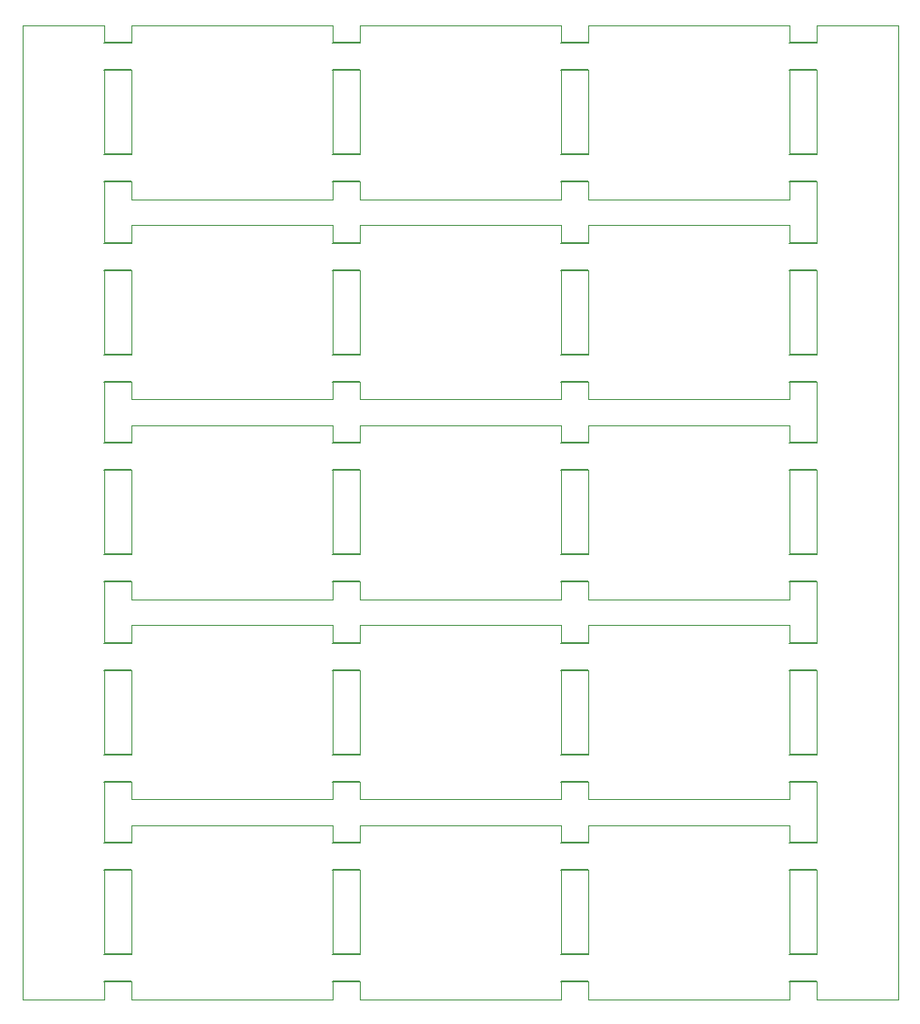
<source format=gm1>
G04 #@! TF.FileFunction,Profile,NP*
%FSLAX46Y46*%
G04 Gerber Fmt 4.6, Leading zero omitted, Abs format (unit mm)*
G04 Created by KiCad (PCBNEW 4.0.5+dfsg1-4) date Mon Jul 16 11:57:44 2018*
%MOMM*%
%LPD*%
G01*
G04 APERTURE LIST*
%ADD10C,0.100000*%
%ADD11C,0.150000*%
G04 APERTURE END LIST*
D10*
X181483000Y-69342000D02*
X181483000Y-65278000D01*
X181483000Y-70993000D02*
X181483000Y-69342000D01*
X181483000Y-81407000D02*
X181483000Y-73533000D01*
X181483000Y-88011000D02*
X181483000Y-83947000D01*
X181483000Y-89662000D02*
X181483000Y-88011000D01*
X181483000Y-141605000D02*
X181483000Y-139954000D01*
X181483000Y-141605000D02*
X189103000Y-141605000D01*
X181483000Y-137414000D02*
X181483000Y-129540000D01*
X181483000Y-125349000D02*
X181483000Y-121285000D01*
X181483000Y-127000000D02*
X181483000Y-125349000D01*
X181483000Y-118745000D02*
X181483000Y-110871000D01*
X181483000Y-108331000D02*
X181483000Y-106680000D01*
X181483000Y-52324000D02*
X181483000Y-50673000D01*
X181483000Y-50673000D02*
X189103000Y-50673000D01*
X181483000Y-62738000D02*
X181483000Y-54864000D01*
X189103000Y-50673000D02*
X189103000Y-141605000D01*
X181483000Y-106680000D02*
X181483000Y-102616000D01*
X181483000Y-100076000D02*
X181483000Y-92202000D01*
X107315000Y-141605000D02*
X107315000Y-50673000D01*
X114935000Y-141605000D02*
X107315000Y-141605000D01*
X114935000Y-122936000D02*
X114935000Y-127000000D01*
X114935000Y-121285000D02*
X114935000Y-122936000D01*
X114935000Y-92202000D02*
X114935000Y-100076000D01*
X114935000Y-129540000D02*
X114935000Y-137414000D01*
X114935000Y-139954000D02*
X114935000Y-141605000D01*
X114935000Y-110871000D02*
X114935000Y-118745000D01*
X114935000Y-104267000D02*
X114935000Y-108331000D01*
X114935000Y-102616000D02*
X114935000Y-104267000D01*
X114935000Y-54864000D02*
X114935000Y-62738000D01*
X114935000Y-83947000D02*
X114935000Y-85598000D01*
X114935000Y-85598000D02*
X114935000Y-89662000D01*
X114935000Y-50673000D02*
X114935000Y-52324000D01*
X114935000Y-65278000D02*
X114935000Y-66929000D01*
X114935000Y-73533000D02*
X114935000Y-81407000D01*
X114935000Y-66929000D02*
X114935000Y-70993000D01*
X117475000Y-139954000D02*
X117475000Y-141605000D01*
X136271000Y-125349000D02*
X117475000Y-125349000D01*
X117475000Y-141605000D02*
X136271000Y-141605000D01*
X117475000Y-129540000D02*
X117475000Y-137414000D01*
X136271000Y-125349000D02*
X136271000Y-127000000D01*
X117475000Y-125349000D02*
X117475000Y-127000000D01*
X138811000Y-125349000D02*
X138811000Y-127000000D01*
X157607000Y-125349000D02*
X138811000Y-125349000D01*
X138811000Y-141605000D02*
X157607000Y-141605000D01*
X138811000Y-139954000D02*
X138811000Y-141605000D01*
X136271000Y-129540000D02*
X136271000Y-137414000D01*
X138811000Y-129540000D02*
X138811000Y-137414000D01*
X136271000Y-139954000D02*
X136271000Y-141605000D01*
X178943000Y-139954000D02*
X178943000Y-141605000D01*
X160147000Y-141605000D02*
X178943000Y-141605000D01*
X160147000Y-139954000D02*
X160147000Y-141605000D01*
X157607000Y-139954000D02*
X157607000Y-141605000D01*
X160147000Y-129540000D02*
X160147000Y-137414000D01*
X178943000Y-125349000D02*
X178943000Y-127000000D01*
X178943000Y-129540000D02*
X178943000Y-137414000D01*
X160147000Y-125349000D02*
X160147000Y-127000000D01*
X157607000Y-129540000D02*
X157607000Y-137414000D01*
X157607000Y-125349000D02*
X157607000Y-127000000D01*
X178943000Y-125349000D02*
X160147000Y-125349000D01*
X136271000Y-110871000D02*
X136271000Y-118745000D01*
X138811000Y-110871000D02*
X138811000Y-118745000D01*
X138811000Y-121285000D02*
X138811000Y-122936000D01*
X138811000Y-122936000D02*
X157607000Y-122936000D01*
X157607000Y-106680000D02*
X138811000Y-106680000D01*
X138811000Y-106680000D02*
X138811000Y-108331000D01*
X136271000Y-106680000D02*
X136271000Y-108331000D01*
X117475000Y-122936000D02*
X136271000Y-122936000D01*
X117475000Y-110871000D02*
X117475000Y-118745000D01*
X117475000Y-121285000D02*
X117475000Y-122936000D01*
X136271000Y-121285000D02*
X136271000Y-122936000D01*
X136271000Y-106680000D02*
X117475000Y-106680000D01*
X117475000Y-106680000D02*
X117475000Y-108331000D01*
X160147000Y-110871000D02*
X160147000Y-118745000D01*
X160147000Y-121285000D02*
X160147000Y-122936000D01*
X157607000Y-110871000D02*
X157607000Y-118745000D01*
X157607000Y-121285000D02*
X157607000Y-122936000D01*
X160147000Y-106680000D02*
X160147000Y-108331000D01*
X157607000Y-106680000D02*
X157607000Y-108331000D01*
X178943000Y-110871000D02*
X178943000Y-118745000D01*
X178943000Y-106680000D02*
X178943000Y-108331000D01*
X160147000Y-122936000D02*
X178943000Y-122936000D01*
X178943000Y-106680000D02*
X160147000Y-106680000D01*
X178943000Y-121285000D02*
X178943000Y-122936000D01*
X178943000Y-88011000D02*
X160147000Y-88011000D01*
X178943000Y-88011000D02*
X178943000Y-89662000D01*
X178943000Y-102616000D02*
X178943000Y-104267000D01*
X178943000Y-92202000D02*
X178943000Y-100076000D01*
X160147000Y-104267000D02*
X178943000Y-104267000D01*
X160147000Y-88011000D02*
X160147000Y-89662000D01*
X157607000Y-88011000D02*
X157607000Y-89662000D01*
X157607000Y-102616000D02*
X157607000Y-104267000D01*
X138811000Y-104267000D02*
X157607000Y-104267000D01*
X157607000Y-92202000D02*
X157607000Y-100076000D01*
X160147000Y-92202000D02*
X160147000Y-100076000D01*
X160147000Y-102616000D02*
X160147000Y-104267000D01*
X157607000Y-88011000D02*
X138811000Y-88011000D01*
X117475000Y-92202000D02*
X117475000Y-100076000D01*
X136271000Y-88011000D02*
X136271000Y-89662000D01*
X138811000Y-88011000D02*
X138811000Y-89662000D01*
X117475000Y-88011000D02*
X117475000Y-89662000D01*
X117475000Y-102616000D02*
X117475000Y-104267000D01*
X136271000Y-88011000D02*
X117475000Y-88011000D01*
X117475000Y-104267000D02*
X136271000Y-104267000D01*
X138811000Y-102616000D02*
X138811000Y-104267000D01*
X136271000Y-92202000D02*
X136271000Y-100076000D01*
X136271000Y-102616000D02*
X136271000Y-104267000D01*
X138811000Y-92202000D02*
X138811000Y-100076000D01*
X160147000Y-83947000D02*
X160147000Y-85598000D01*
X178943000Y-69342000D02*
X160147000Y-69342000D01*
X160147000Y-69342000D02*
X160147000Y-70993000D01*
X178943000Y-83947000D02*
X178943000Y-85598000D01*
X160147000Y-85598000D02*
X178943000Y-85598000D01*
X178943000Y-69342000D02*
X178943000Y-70993000D01*
X178943000Y-73533000D02*
X178943000Y-81407000D01*
X160147000Y-73533000D02*
X160147000Y-81407000D01*
X136271000Y-83947000D02*
X136271000Y-85598000D01*
X117475000Y-83947000D02*
X117475000Y-85598000D01*
X117475000Y-85598000D02*
X136271000Y-85598000D01*
X136271000Y-69342000D02*
X117475000Y-69342000D01*
X117475000Y-69342000D02*
X117475000Y-70993000D01*
X138811000Y-85598000D02*
X157607000Y-85598000D01*
X157607000Y-69342000D02*
X138811000Y-69342000D01*
X157607000Y-69342000D02*
X157607000Y-70993000D01*
X138811000Y-83947000D02*
X138811000Y-85598000D01*
X157607000Y-73533000D02*
X157607000Y-81407000D01*
X157607000Y-83947000D02*
X157607000Y-85598000D01*
X138811000Y-69342000D02*
X138811000Y-70993000D01*
X136271000Y-69342000D02*
X136271000Y-70993000D01*
X138811000Y-73533000D02*
X138811000Y-81407000D01*
X136271000Y-73533000D02*
X136271000Y-81407000D01*
X117475000Y-73533000D02*
X117475000Y-81407000D01*
X114935000Y-50673000D02*
X107315000Y-50673000D01*
X178943000Y-50673000D02*
X178943000Y-52324000D01*
X178943000Y-54864000D02*
X178943000Y-62738000D01*
X178943000Y-65278000D02*
X178943000Y-66929000D01*
X178943000Y-50673000D02*
X160147000Y-50673000D01*
X160147000Y-65278000D02*
X160147000Y-66929000D01*
X160147000Y-66929000D02*
X178943000Y-66929000D01*
X160147000Y-50673000D02*
X160147000Y-52324000D01*
X160147000Y-54864000D02*
X160147000Y-62738000D01*
X157607000Y-65278000D02*
X157607000Y-66929000D01*
X157607000Y-54864000D02*
X157607000Y-62738000D01*
X138811000Y-65278000D02*
X138811000Y-66929000D01*
X157607000Y-50673000D02*
X157607000Y-52324000D01*
X157607000Y-50673000D02*
X138811000Y-50673000D01*
X138811000Y-66929000D02*
X157607000Y-66929000D01*
X138811000Y-50673000D02*
X138811000Y-52324000D01*
X138811000Y-54864000D02*
X138811000Y-62738000D01*
X136271000Y-50673000D02*
X136271000Y-52324000D01*
X136271000Y-65278000D02*
X136271000Y-66929000D01*
X136271000Y-54864000D02*
X136271000Y-62738000D01*
X117475000Y-65278000D02*
X117475000Y-66929000D01*
X117475000Y-54864000D02*
X117475000Y-62738000D01*
X117475000Y-50673000D02*
X117475000Y-52324000D01*
X117475000Y-66929000D02*
X136271000Y-66929000D01*
X136271000Y-50673000D02*
X117475000Y-50673000D01*
D11*
X160147000Y-139954000D02*
X157607000Y-139954000D01*
X157607000Y-137414000D02*
X160147000Y-137414000D01*
X160147000Y-129540000D02*
X157607000Y-129540000D01*
X157607000Y-127000000D02*
X160147000Y-127000000D01*
X138811000Y-139954000D02*
X136271000Y-139954000D01*
X136271000Y-137414000D02*
X138811000Y-137414000D01*
X181483000Y-139954000D02*
X178943000Y-139954000D01*
X178943000Y-137414000D02*
X181483000Y-137414000D01*
X181483000Y-129540000D02*
X178943000Y-129540000D01*
X178943000Y-127000000D02*
X181483000Y-127000000D01*
X117475000Y-129540000D02*
X114935000Y-129540000D01*
X114935000Y-127000000D02*
X117475000Y-127000000D01*
X117475000Y-139954000D02*
X114935000Y-139954000D01*
X114935000Y-137414000D02*
X117475000Y-137414000D01*
X138811000Y-129540000D02*
X136271000Y-129540000D01*
X136271000Y-127000000D02*
X138811000Y-127000000D01*
X117475000Y-121285000D02*
X114935000Y-121285000D01*
X114935000Y-118745000D02*
X117475000Y-118745000D01*
X117475000Y-110871000D02*
X114935000Y-110871000D01*
X114935000Y-108331000D02*
X117475000Y-108331000D01*
X181483000Y-121285000D02*
X178943000Y-121285000D01*
X178943000Y-118745000D02*
X181483000Y-118745000D01*
X160147000Y-121285000D02*
X157607000Y-121285000D01*
X157607000Y-118745000D02*
X160147000Y-118745000D01*
X160147000Y-110871000D02*
X157607000Y-110871000D01*
X157607000Y-108331000D02*
X160147000Y-108331000D01*
X181483000Y-110871000D02*
X178943000Y-110871000D01*
X178943000Y-108331000D02*
X181483000Y-108331000D01*
X138811000Y-121285000D02*
X136271000Y-121285000D01*
X136271000Y-118745000D02*
X138811000Y-118745000D01*
X138811000Y-110871000D02*
X136271000Y-110871000D01*
X136271000Y-108331000D02*
X138811000Y-108331000D01*
X181483000Y-102616000D02*
X178943000Y-102616000D01*
X178943000Y-100076000D02*
X181483000Y-100076000D01*
X181483000Y-92202000D02*
X178943000Y-92202000D01*
X178943000Y-89662000D02*
X181483000Y-89662000D01*
X160147000Y-102616000D02*
X157607000Y-102616000D01*
X157607000Y-100076000D02*
X160147000Y-100076000D01*
X160147000Y-92202000D02*
X157607000Y-92202000D01*
X157607000Y-89662000D02*
X160147000Y-89662000D01*
X138811000Y-92202000D02*
X136271000Y-92202000D01*
X136271000Y-89662000D02*
X138811000Y-89662000D01*
X117475000Y-92202000D02*
X114935000Y-92202000D01*
X114935000Y-89662000D02*
X117475000Y-89662000D01*
X117475000Y-102616000D02*
X114935000Y-102616000D01*
X114935000Y-100076000D02*
X117475000Y-100076000D01*
X138811000Y-102616000D02*
X136271000Y-102616000D01*
X136271000Y-100076000D02*
X138811000Y-100076000D01*
X181483000Y-73533000D02*
X178943000Y-73533000D01*
X178943000Y-70993000D02*
X181483000Y-70993000D01*
X160147000Y-83947000D02*
X157607000Y-83947000D01*
X157607000Y-81407000D02*
X160147000Y-81407000D01*
X181483000Y-83947000D02*
X178943000Y-83947000D01*
X178943000Y-81407000D02*
X181483000Y-81407000D01*
X160147000Y-73533000D02*
X157607000Y-73533000D01*
X157607000Y-70993000D02*
X160147000Y-70993000D01*
X117475000Y-73533000D02*
X114935000Y-73533000D01*
X114935000Y-70993000D02*
X117475000Y-70993000D01*
X138811000Y-83947000D02*
X136271000Y-83947000D01*
X136271000Y-81407000D02*
X138811000Y-81407000D01*
X138811000Y-73533000D02*
X136271000Y-73533000D01*
X136271000Y-70993000D02*
X138811000Y-70993000D01*
X117475000Y-83947000D02*
X114935000Y-83947000D01*
X114935000Y-81407000D02*
X117475000Y-81407000D01*
X181483000Y-54864000D02*
X178943000Y-54864000D01*
X178943000Y-52324000D02*
X181483000Y-52324000D01*
X181483000Y-65278000D02*
X178943000Y-65278000D01*
X178943000Y-62738000D02*
X181483000Y-62738000D01*
X160147000Y-54864000D02*
X157607000Y-54864000D01*
X157607000Y-52324000D02*
X160147000Y-52324000D01*
X160147000Y-65278000D02*
X157607000Y-65278000D01*
X157607000Y-62738000D02*
X160147000Y-62738000D01*
X138811000Y-65278000D02*
X136271000Y-65278000D01*
X136271000Y-62738000D02*
X138811000Y-62738000D01*
X138811000Y-54864000D02*
X136271000Y-54864000D01*
X136271000Y-52324000D02*
X138811000Y-52324000D01*
X117475000Y-65278000D02*
X114935000Y-65278000D01*
X114935000Y-62738000D02*
X117475000Y-62738000D01*
X117475000Y-54864000D02*
X114935000Y-54864000D01*
X114935000Y-52324000D02*
X117475000Y-52324000D01*
M02*

</source>
